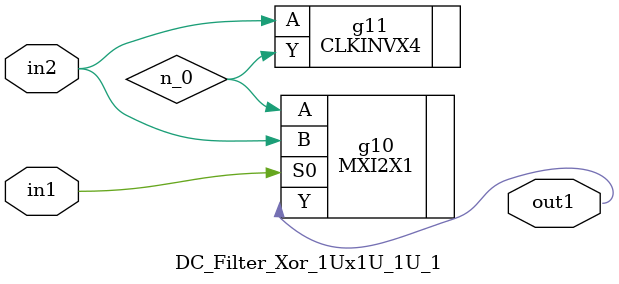
<source format=v>
`timescale 1ps / 1ps


module DC_Filter_Xor_1Ux1U_1U_1(in2, in1, out1);
  input in2, in1;
  output out1;
  wire in2, in1;
  wire out1;
  wire n_0;
  MXI2X1 g10(.A (n_0), .B (in2), .S0 (in1), .Y (out1));
  CLKINVX4 g11(.A (in2), .Y (n_0));
endmodule


</source>
